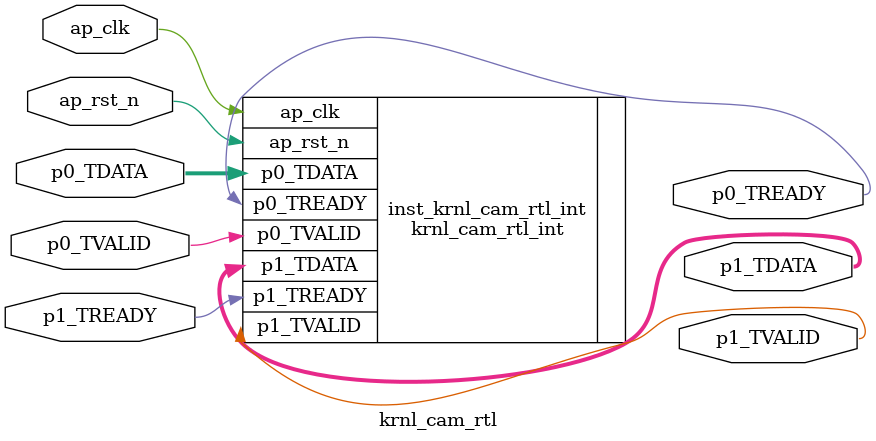
<source format=v>
/**
* Copyright (C) 2019-2021 Xilinx, Inc
*
* Licensed under the Apache License, Version 2.0 (the "License"). You may
* not use this file except in compliance with the License. A copy of the
* License is located at
*
*     http://www.apache.org/licenses/LICENSE-2.0
*
* Unless required by applicable law or agreed to in writing, software
* distributed under the License is distributed on an "AS IS" BASIS, WITHOUT
* WARRANTIES OR CONDITIONS OF ANY KIND, either express or implied. See the
* License for the specific language governing permissions and limitations
* under the License.
*/

///////////////////////////////////////////////////////////////////////////////
// Description: This is a wrapper of module "krnl_cam_rtl_int"
///////////////////////////////////////////////////////////////////////////////

// default_nettype of none prevents implicit wire declaration.
`default_nettype none
`timescale 1 ns / 1 ps 

module krnl_cam_rtl #( 
  parameter integer  C_S_AXI_CONTROL_DATA_WIDTH = 32,
  parameter integer  C_S_AXI_CONTROL_ADDR_WIDTH = 6,
  parameter integer  C_M_AXI_GMEM_ID_WIDTH = 1,
  parameter integer  C_M_AXI_GMEM_ADDR_WIDTH = 64,
  parameter integer  C_M_AXI_GMEM_DATA_WIDTH = 512,
  parameter integer  C_DATA_WIDTH = 520
)
(
  // System signals
  input  wire  ap_clk,
  input  wire  ap_rst_n,
  // AXI4 master interface 
  input  wire [C_DATA_WIDTH-1:0] p0_TDATA,
  input  wire        p0_TVALID,
  output wire        p0_TREADY,
  output wire [C_DATA_WIDTH-1:0] p1_TDATA,
  output wire        p1_TVALID,
  input  wire        p1_TREADY

  // AXI4-Lite slave interface
  // input  wire                                    s_axi_control_AWVALID,
  // output wire                                    s_axi_control_AWREADY,
  // input  wire [C_S_AXI_CONTROL_ADDR_WIDTH-1:0]   s_axi_control_AWADDR,
  // input  wire                                    s_axi_control_WVALID,
  // output wire                                    s_axi_control_WREADY,
  // input  wire [C_S_AXI_CONTROL_DATA_WIDTH-1:0]   s_axi_control_WDATA,
  // input  wire [C_S_AXI_CONTROL_DATA_WIDTH/8-1:0] s_axi_control_WSTRB,
  // input  wire                                    s_axi_control_ARVALID,
  // output wire                                    s_axi_control_ARREADY,
  // input  wire [C_S_AXI_CONTROL_ADDR_WIDTH-1:0]   s_axi_control_ARADDR,
  // output wire                                    s_axi_control_RVALID,
  // input  wire                                    s_axi_control_RREADY,
  // output wire [C_S_AXI_CONTROL_DATA_WIDTH-1:0]   s_axi_control_RDATA,
  // output wire [1:0]                              s_axi_control_RRESP,
  // output wire                                    s_axi_control_BVALID,
  // input  wire                                    s_axi_control_BREADY,
  // output wire [1:0]                              s_axi_control_BRESP,
  // output wire                                    interrupt 
);

krnl_cam_rtl_int #(
  .C_S_AXI_CONTROL_DATA_WIDTH  ( C_S_AXI_CONTROL_DATA_WIDTH ),
  .C_S_AXI_CONTROL_ADDR_WIDTH  ( C_S_AXI_CONTROL_ADDR_WIDTH ),
  .C_M_AXI_GMEM_ID_WIDTH       ( C_M_AXI_GMEM_ID_WIDTH ),
  .C_M_AXI_GMEM_ADDR_WIDTH     ( C_M_AXI_GMEM_ADDR_WIDTH ),
  .C_M_AXI_GMEM_DATA_WIDTH     ( C_M_AXI_GMEM_DATA_WIDTH ),
  .C_DATA_WIDTH                ( C_DATA_WIDTH )
)
inst_krnl_cam_rtl_int (
  .ap_clk                 ( ap_clk ),
  .ap_rst_n               ( ap_rst_n ),
  .p0_TDATA               ( p0_TDATA ),
  .p0_TVALID              ( p0_TVALID ),
  .p0_TREADY              ( p0_TREADY ),
  .p1_TDATA               ( p1_TDATA ),
  .p1_TVALID              ( p1_TVALID ),
  .p1_TREADY              ( p1_TREADY )
  // .s_axi_control_AWVALID  ( s_axi_control_AWVALID ),
  // .s_axi_control_AWREADY  ( s_axi_control_AWREADY ),
  // .s_axi_control_AWADDR   ( s_axi_control_AWADDR ),
  // .s_axi_control_WVALID   ( s_axi_control_WVALID ),
  // .s_axi_control_WREADY   ( s_axi_control_WREADY ),
  // .s_axi_control_WDATA    ( s_axi_control_WDATA ),
  // .s_axi_control_WSTRB    ( s_axi_control_WSTRB ),
  // .s_axi_control_ARVALID  ( s_axi_control_ARVALID ),
  // .s_axi_control_ARREADY  ( s_axi_control_ARREADY ),
  // .s_axi_control_ARADDR   ( s_axi_control_ARADDR ),
  // .s_axi_control_RVALID   ( s_axi_control_RVALID ),
  // .s_axi_control_RREADY   ( s_axi_control_RREADY ),
  // .s_axi_control_RDATA    ( s_axi_control_RDATA ),
  // .s_axi_control_RRESP    ( s_axi_control_RRESP ),
  // .s_axi_control_BVALID   ( s_axi_control_BVALID ),
  // .s_axi_control_BREADY   ( s_axi_control_BREADY ),
  // .s_axi_control_BRESP    ( s_axi_control_BRESP ),
  // .interrupt              ( interrupt )
);
endmodule : krnl_cam_rtl

`default_nettype wire

</source>
